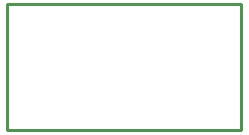
<source format=gko>
G04 ---------------------------- Layer name :KeepOutLayer*
G04 EasyEDA v5.6.15, Sun, 02 Sep 2018 03:47:19 GMT*
G04 622b18d158854e88a3f96799d3f2dec2*
G04 Gerber Generator version 0.2*
G04 Scale: 100 percent, Rotated: No, Reflected: No *
G04 Dimensions in inches *
G04 leading zeros omitted , absolute positions ,2 integer and 4 decimal *
%FSLAX24Y24*%
%MOIN*%
G90*
G70D02*

%ADD10C,0.010000*%
G54D10*
G01X0Y4200D02*
G01X7800Y4200D01*
G01X7800Y0D01*
G01X0Y0D01*
G01X0Y4200D01*

%LPD*%
M00*
M02*

</source>
